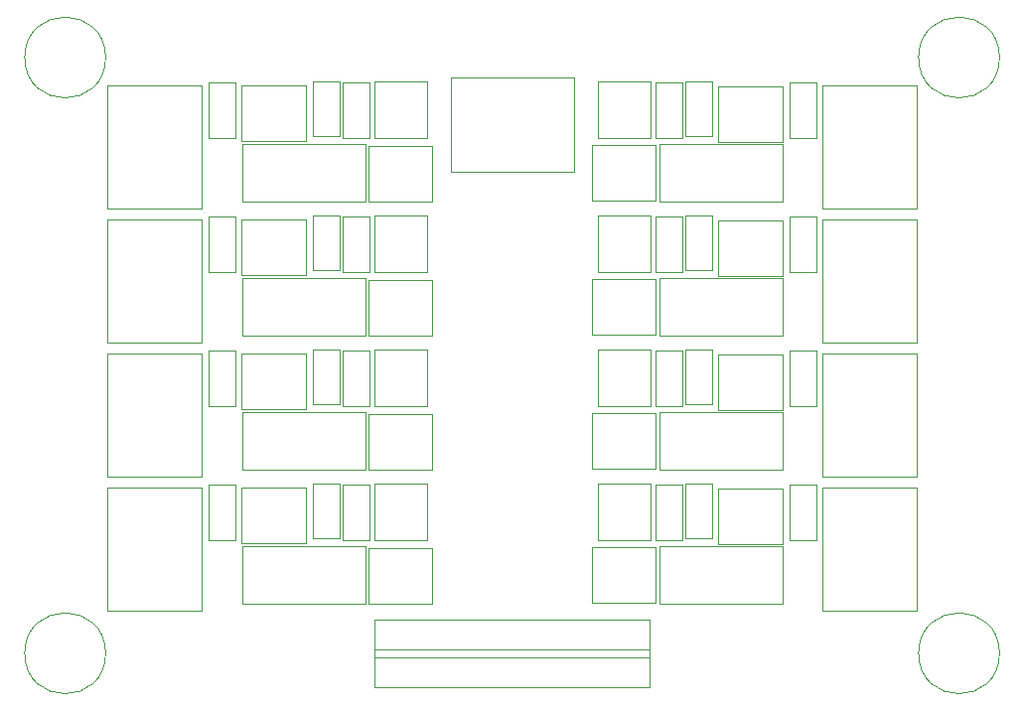
<source format=gbr>
G04 #@! TF.GenerationSoftware,KiCad,Pcbnew,(5.0.2)-1*
G04 #@! TF.CreationDate,2018-12-23T18:59:39+01:00*
G04 #@! TF.ProjectId,MultiSwitch_MosFet,4d756c74-6953-4776-9974-63685f4d6f73,0.1*
G04 #@! TF.SameCoordinates,Original*
G04 #@! TF.FileFunction,Other,User*
%FSLAX46Y46*%
G04 Gerber Fmt 4.6, Leading zero omitted, Abs format (unit mm)*
G04 Created by KiCad (PCBNEW (5.0.2)-1) date 23/12/2018 18:59:39*
%MOMM*%
%LPD*%
G01*
G04 APERTURE LIST*
%ADD10C,0.050000*%
G04 APERTURE END LIST*
D10*
G04 #@! TO.C,Q2*
X119550000Y-37890000D02*
X109050000Y-37890000D01*
X119550000Y-42800000D02*
X119550000Y-37890000D01*
X109050000Y-42800000D02*
X119550000Y-42800000D01*
X109050000Y-37890000D02*
X109050000Y-42800000D01*
G04 #@! TO.C,Q14*
X155110000Y-42755000D02*
X155110000Y-37845000D01*
X155110000Y-37845000D02*
X144610000Y-37845000D01*
X144610000Y-37845000D02*
X144610000Y-42755000D01*
X144610000Y-42755000D02*
X155110000Y-42755000D01*
G04 #@! TO.C,Q1*
X109030000Y-32830000D02*
X114490000Y-32830000D01*
X109030000Y-32830000D02*
X109030000Y-37570000D01*
X114490000Y-37570000D02*
X114490000Y-32830000D01*
X114490000Y-37570000D02*
X109030000Y-37570000D01*
G04 #@! TO.C,Q8*
X109050000Y-60750000D02*
X109050000Y-65660000D01*
X109050000Y-65660000D02*
X119550000Y-65660000D01*
X119550000Y-65660000D02*
X119550000Y-60750000D01*
X119550000Y-60750000D02*
X109050000Y-60750000D01*
G04 #@! TO.C,Q3*
X125285000Y-42735000D02*
X119825000Y-42735000D01*
X125285000Y-42735000D02*
X125285000Y-37995000D01*
X119825000Y-37995000D02*
X119825000Y-42735000D01*
X119825000Y-37995000D02*
X125285000Y-37995000D01*
G04 #@! TO.C,Q7*
X109030000Y-55690000D02*
X114490000Y-55690000D01*
X109030000Y-55690000D02*
X109030000Y-60430000D01*
X114490000Y-60430000D02*
X114490000Y-55690000D01*
X114490000Y-60430000D02*
X109030000Y-60430000D01*
G04 #@! TO.C,Q9*
X125285000Y-65595000D02*
X119825000Y-65595000D01*
X125285000Y-65595000D02*
X125285000Y-60855000D01*
X119825000Y-60855000D02*
X119825000Y-65595000D01*
X119825000Y-60855000D02*
X125285000Y-60855000D01*
G04 #@! TO.C,Q13*
X155130000Y-37655000D02*
X149670000Y-37655000D01*
X155130000Y-37655000D02*
X155130000Y-32915000D01*
X149670000Y-32915000D02*
X149670000Y-37655000D01*
X149670000Y-32915000D02*
X155130000Y-32915000D01*
G04 #@! TO.C,Q15*
X144335000Y-42650000D02*
X138875000Y-42650000D01*
X144335000Y-42650000D02*
X144335000Y-37910000D01*
X138875000Y-37910000D02*
X138875000Y-42650000D01*
X138875000Y-37910000D02*
X144335000Y-37910000D01*
G04 #@! TO.C,Q4*
X114490000Y-49000000D02*
X109030000Y-49000000D01*
X114490000Y-49000000D02*
X114490000Y-44260000D01*
X109030000Y-44260000D02*
X109030000Y-49000000D01*
X109030000Y-44260000D02*
X114490000Y-44260000D01*
G04 #@! TO.C,Q5*
X119550000Y-49320000D02*
X109050000Y-49320000D01*
X119550000Y-54230000D02*
X119550000Y-49320000D01*
X109050000Y-54230000D02*
X119550000Y-54230000D01*
X109050000Y-49320000D02*
X109050000Y-54230000D01*
G04 #@! TO.C,Q6*
X125285000Y-54165000D02*
X119825000Y-54165000D01*
X125285000Y-54165000D02*
X125285000Y-49425000D01*
X119825000Y-49425000D02*
X119825000Y-54165000D01*
X119825000Y-49425000D02*
X125285000Y-49425000D01*
G04 #@! TO.C,Q10*
X114490000Y-71860000D02*
X109030000Y-71860000D01*
X114490000Y-71860000D02*
X114490000Y-67120000D01*
X109030000Y-67120000D02*
X109030000Y-71860000D01*
X109030000Y-67120000D02*
X114490000Y-67120000D01*
G04 #@! TO.C,Q11*
X119550000Y-72180000D02*
X109050000Y-72180000D01*
X119550000Y-77090000D02*
X119550000Y-72180000D01*
X109050000Y-77090000D02*
X119550000Y-77090000D01*
X109050000Y-72180000D02*
X109050000Y-77090000D01*
G04 #@! TO.C,Q12*
X125285000Y-77025000D02*
X119825000Y-77025000D01*
X125285000Y-77025000D02*
X125285000Y-72285000D01*
X119825000Y-72285000D02*
X119825000Y-77025000D01*
X119825000Y-72285000D02*
X125285000Y-72285000D01*
G04 #@! TO.C,Q16*
X155130000Y-49085000D02*
X149670000Y-49085000D01*
X155130000Y-49085000D02*
X155130000Y-44345000D01*
X149670000Y-44345000D02*
X149670000Y-49085000D01*
X149670000Y-44345000D02*
X155130000Y-44345000D01*
G04 #@! TO.C,Q17*
X155110000Y-54185000D02*
X155110000Y-49275000D01*
X155110000Y-49275000D02*
X144610000Y-49275000D01*
X144610000Y-49275000D02*
X144610000Y-54185000D01*
X144610000Y-54185000D02*
X155110000Y-54185000D01*
G04 #@! TO.C,Q18*
X144335000Y-54080000D02*
X138875000Y-54080000D01*
X144335000Y-54080000D02*
X144335000Y-49340000D01*
X138875000Y-49340000D02*
X138875000Y-54080000D01*
X138875000Y-49340000D02*
X144335000Y-49340000D01*
G04 #@! TO.C,Q19*
X155130000Y-60515000D02*
X149670000Y-60515000D01*
X155130000Y-60515000D02*
X155130000Y-55775000D01*
X149670000Y-55775000D02*
X149670000Y-60515000D01*
X149670000Y-55775000D02*
X155130000Y-55775000D01*
G04 #@! TO.C,Q20*
X155110000Y-65615000D02*
X155110000Y-60705000D01*
X155110000Y-60705000D02*
X144610000Y-60705000D01*
X144610000Y-60705000D02*
X144610000Y-65615000D01*
X144610000Y-65615000D02*
X155110000Y-65615000D01*
G04 #@! TO.C,Q21*
X144335000Y-65510000D02*
X138875000Y-65510000D01*
X144335000Y-65510000D02*
X144335000Y-60770000D01*
X138875000Y-60770000D02*
X138875000Y-65510000D01*
X138875000Y-60770000D02*
X144335000Y-60770000D01*
G04 #@! TO.C,Q22*
X155130000Y-71945000D02*
X149670000Y-71945000D01*
X155130000Y-71945000D02*
X155130000Y-67205000D01*
X149670000Y-67205000D02*
X149670000Y-71945000D01*
X149670000Y-67205000D02*
X155130000Y-67205000D01*
G04 #@! TO.C,Q23*
X155110000Y-77045000D02*
X155110000Y-72135000D01*
X155110000Y-72135000D02*
X144610000Y-72135000D01*
X144610000Y-72135000D02*
X144610000Y-77045000D01*
X144610000Y-77045000D02*
X155110000Y-77045000D01*
G04 #@! TO.C,Q24*
X144335000Y-76940000D02*
X138875000Y-76940000D01*
X144335000Y-76940000D02*
X144335000Y-72200000D01*
X138875000Y-72200000D02*
X138875000Y-76940000D01*
X138875000Y-72200000D02*
X144335000Y-72200000D01*
G04 #@! TO.C,J1*
X97600000Y-43350000D02*
X97600000Y-32850000D01*
X97600000Y-43350000D02*
X105600000Y-43350000D01*
X105600000Y-32850000D02*
X97600000Y-32850000D01*
X105600000Y-32850000D02*
X105600000Y-43350000D01*
G04 #@! TO.C,J2*
X105600000Y-44280000D02*
X105600000Y-54780000D01*
X105600000Y-44280000D02*
X97600000Y-44280000D01*
X97600000Y-54780000D02*
X105600000Y-54780000D01*
X97600000Y-54780000D02*
X97600000Y-44280000D01*
G04 #@! TO.C,J3*
X105600000Y-55710000D02*
X105600000Y-66210000D01*
X105600000Y-55710000D02*
X97600000Y-55710000D01*
X97600000Y-66210000D02*
X105600000Y-66210000D01*
X97600000Y-66210000D02*
X97600000Y-55710000D01*
G04 #@! TO.C,J4*
X105600000Y-67140000D02*
X105600000Y-77640000D01*
X105600000Y-67140000D02*
X97600000Y-67140000D01*
X97600000Y-77640000D02*
X105600000Y-77640000D01*
X97600000Y-77640000D02*
X97600000Y-67140000D01*
G04 #@! TO.C,J5*
X158560000Y-43350000D02*
X158560000Y-32850000D01*
X158560000Y-43350000D02*
X166560000Y-43350000D01*
X166560000Y-32850000D02*
X158560000Y-32850000D01*
X166560000Y-32850000D02*
X166560000Y-43350000D01*
G04 #@! TO.C,J6*
X166560000Y-44280000D02*
X166560000Y-54780000D01*
X166560000Y-44280000D02*
X158560000Y-44280000D01*
X158560000Y-54780000D02*
X166560000Y-54780000D01*
X158560000Y-54780000D02*
X158560000Y-44280000D01*
G04 #@! TO.C,J7*
X166560000Y-55710000D02*
X166560000Y-66210000D01*
X166560000Y-55710000D02*
X158560000Y-55710000D01*
X158560000Y-66210000D02*
X166560000Y-66210000D01*
X158560000Y-66210000D02*
X158560000Y-55710000D01*
G04 #@! TO.C,J8*
X166560000Y-67140000D02*
X166560000Y-77640000D01*
X166560000Y-67140000D02*
X158560000Y-67140000D01*
X158560000Y-77640000D02*
X166560000Y-77640000D01*
X158560000Y-77640000D02*
X158560000Y-67140000D01*
G04 #@! TO.C,J11*
X126830000Y-32195000D02*
X137330000Y-32195000D01*
X126830000Y-32195000D02*
X126830000Y-40195000D01*
X137330000Y-40195000D02*
X137330000Y-32195000D01*
X137330000Y-40195000D02*
X126830000Y-40195000D01*
G04 #@! TO.C,D1*
X120305000Y-32495000D02*
X120305000Y-37345000D01*
X124805000Y-32495000D02*
X120305000Y-32495000D01*
X124805000Y-37345000D02*
X124805000Y-32495000D01*
X120305000Y-37345000D02*
X124805000Y-37345000D01*
G04 #@! TO.C,D2*
X120305000Y-48775000D02*
X124805000Y-48775000D01*
X124805000Y-48775000D02*
X124805000Y-43925000D01*
X124805000Y-43925000D02*
X120305000Y-43925000D01*
X120305000Y-43925000D02*
X120305000Y-48775000D01*
G04 #@! TO.C,D3*
X120305000Y-55355000D02*
X120305000Y-60205000D01*
X124805000Y-55355000D02*
X120305000Y-55355000D01*
X124805000Y-60205000D02*
X124805000Y-55355000D01*
X120305000Y-60205000D02*
X124805000Y-60205000D01*
G04 #@! TO.C,D4*
X120305000Y-71635000D02*
X124805000Y-71635000D01*
X124805000Y-71635000D02*
X124805000Y-66785000D01*
X124805000Y-66785000D02*
X120305000Y-66785000D01*
X120305000Y-66785000D02*
X120305000Y-71635000D01*
G04 #@! TO.C,D5*
X139355000Y-32495000D02*
X139355000Y-37345000D01*
X143855000Y-32495000D02*
X139355000Y-32495000D01*
X143855000Y-37345000D02*
X143855000Y-32495000D01*
X139355000Y-37345000D02*
X143855000Y-37345000D01*
G04 #@! TO.C,D6*
X139355000Y-48775000D02*
X143855000Y-48775000D01*
X143855000Y-48775000D02*
X143855000Y-43925000D01*
X143855000Y-43925000D02*
X139355000Y-43925000D01*
X139355000Y-43925000D02*
X139355000Y-48775000D01*
G04 #@! TO.C,D7*
X139355000Y-55355000D02*
X139355000Y-60205000D01*
X143855000Y-55355000D02*
X139355000Y-55355000D01*
X143855000Y-60205000D02*
X143855000Y-55355000D01*
X139355000Y-60205000D02*
X143855000Y-60205000D01*
G04 #@! TO.C,D8*
X139355000Y-71635000D02*
X143855000Y-71635000D01*
X143855000Y-71635000D02*
X143855000Y-66785000D01*
X143855000Y-66785000D02*
X139355000Y-66785000D01*
X139355000Y-66785000D02*
X139355000Y-71635000D01*
G04 #@! TO.C,J9*
X120320000Y-81610000D02*
X143820000Y-81610000D01*
X143820000Y-81610000D02*
X143820000Y-78410000D01*
X143820000Y-78410000D02*
X120320000Y-78410000D01*
X120320000Y-78410000D02*
X120320000Y-81610000D01*
G04 #@! TO.C,J10*
X120320000Y-80950000D02*
X120320000Y-84150000D01*
X143820000Y-80950000D02*
X120320000Y-80950000D01*
X143820000Y-84150000D02*
X143820000Y-80950000D01*
X120320000Y-84150000D02*
X143820000Y-84150000D01*
G04 #@! TO.C,R1*
X117595000Y-32645000D02*
X117595000Y-37345000D01*
X119895000Y-32645000D02*
X117595000Y-32645000D01*
X119895000Y-37345000D02*
X119895000Y-32645000D01*
X117595000Y-37345000D02*
X119895000Y-37345000D01*
G04 #@! TO.C,R2*
X117355000Y-32505000D02*
X115055000Y-32505000D01*
X115055000Y-32505000D02*
X115055000Y-37205000D01*
X115055000Y-37205000D02*
X117355000Y-37205000D01*
X117355000Y-37205000D02*
X117355000Y-32505000D01*
G04 #@! TO.C,R3*
X106165000Y-32645000D02*
X106165000Y-37345000D01*
X108465000Y-32645000D02*
X106165000Y-32645000D01*
X108465000Y-37345000D02*
X108465000Y-32645000D01*
X106165000Y-37345000D02*
X108465000Y-37345000D01*
G04 #@! TO.C,R4*
X117595000Y-48775000D02*
X119895000Y-48775000D01*
X119895000Y-48775000D02*
X119895000Y-44075000D01*
X119895000Y-44075000D02*
X117595000Y-44075000D01*
X117595000Y-44075000D02*
X117595000Y-48775000D01*
G04 #@! TO.C,R5*
X117355000Y-43935000D02*
X115055000Y-43935000D01*
X115055000Y-43935000D02*
X115055000Y-48635000D01*
X115055000Y-48635000D02*
X117355000Y-48635000D01*
X117355000Y-48635000D02*
X117355000Y-43935000D01*
G04 #@! TO.C,R6*
X106165000Y-44075000D02*
X106165000Y-48775000D01*
X108465000Y-44075000D02*
X106165000Y-44075000D01*
X108465000Y-48775000D02*
X108465000Y-44075000D01*
X106165000Y-48775000D02*
X108465000Y-48775000D01*
G04 #@! TO.C,R7*
X117595000Y-60205000D02*
X119895000Y-60205000D01*
X119895000Y-60205000D02*
X119895000Y-55505000D01*
X119895000Y-55505000D02*
X117595000Y-55505000D01*
X117595000Y-55505000D02*
X117595000Y-60205000D01*
G04 #@! TO.C,R8*
X117355000Y-55365000D02*
X115055000Y-55365000D01*
X115055000Y-55365000D02*
X115055000Y-60065000D01*
X115055000Y-60065000D02*
X117355000Y-60065000D01*
X117355000Y-60065000D02*
X117355000Y-55365000D01*
G04 #@! TO.C,R9*
X106165000Y-55505000D02*
X106165000Y-60205000D01*
X108465000Y-55505000D02*
X106165000Y-55505000D01*
X108465000Y-60205000D02*
X108465000Y-55505000D01*
X106165000Y-60205000D02*
X108465000Y-60205000D01*
G04 #@! TO.C,R11*
X117355000Y-71495000D02*
X117355000Y-66795000D01*
X115055000Y-71495000D02*
X117355000Y-71495000D01*
X115055000Y-66795000D02*
X115055000Y-71495000D01*
X117355000Y-66795000D02*
X115055000Y-66795000D01*
G04 #@! TO.C,R12*
X106165000Y-71635000D02*
X108465000Y-71635000D01*
X108465000Y-71635000D02*
X108465000Y-66935000D01*
X108465000Y-66935000D02*
X106165000Y-66935000D01*
X106165000Y-66935000D02*
X106165000Y-71635000D01*
G04 #@! TO.C,R13*
X144265000Y-32645000D02*
X144265000Y-37345000D01*
X146565000Y-32645000D02*
X144265000Y-32645000D01*
X146565000Y-37345000D02*
X146565000Y-32645000D01*
X144265000Y-37345000D02*
X146565000Y-37345000D01*
G04 #@! TO.C,R14*
X149105000Y-32505000D02*
X146805000Y-32505000D01*
X146805000Y-32505000D02*
X146805000Y-37205000D01*
X146805000Y-37205000D02*
X149105000Y-37205000D01*
X149105000Y-37205000D02*
X149105000Y-32505000D01*
G04 #@! TO.C,R15*
X155695000Y-32645000D02*
X155695000Y-37345000D01*
X157995000Y-32645000D02*
X155695000Y-32645000D01*
X157995000Y-37345000D02*
X157995000Y-32645000D01*
X155695000Y-37345000D02*
X157995000Y-37345000D01*
G04 #@! TO.C,R16*
X144265000Y-44075000D02*
X144265000Y-48775000D01*
X146565000Y-44075000D02*
X144265000Y-44075000D01*
X146565000Y-48775000D02*
X146565000Y-44075000D01*
X144265000Y-48775000D02*
X146565000Y-48775000D01*
G04 #@! TO.C,R17*
X149105000Y-43935000D02*
X146805000Y-43935000D01*
X146805000Y-43935000D02*
X146805000Y-48635000D01*
X146805000Y-48635000D02*
X149105000Y-48635000D01*
X149105000Y-48635000D02*
X149105000Y-43935000D01*
G04 #@! TO.C,R18*
X155695000Y-44075000D02*
X155695000Y-48775000D01*
X157995000Y-44075000D02*
X155695000Y-44075000D01*
X157995000Y-48775000D02*
X157995000Y-44075000D01*
X155695000Y-48775000D02*
X157995000Y-48775000D01*
G04 #@! TO.C,R19*
X144265000Y-60205000D02*
X146565000Y-60205000D01*
X146565000Y-60205000D02*
X146565000Y-55505000D01*
X146565000Y-55505000D02*
X144265000Y-55505000D01*
X144265000Y-55505000D02*
X144265000Y-60205000D01*
G04 #@! TO.C,R20*
X149105000Y-60065000D02*
X149105000Y-55365000D01*
X146805000Y-60065000D02*
X149105000Y-60065000D01*
X146805000Y-55365000D02*
X146805000Y-60065000D01*
X149105000Y-55365000D02*
X146805000Y-55365000D01*
G04 #@! TO.C,R21*
X155695000Y-55505000D02*
X155695000Y-60205000D01*
X157995000Y-55505000D02*
X155695000Y-55505000D01*
X157995000Y-60205000D02*
X157995000Y-55505000D01*
X155695000Y-60205000D02*
X157995000Y-60205000D01*
G04 #@! TO.C,R22*
X144265000Y-71635000D02*
X146565000Y-71635000D01*
X146565000Y-71635000D02*
X146565000Y-66935000D01*
X146565000Y-66935000D02*
X144265000Y-66935000D01*
X144265000Y-66935000D02*
X144265000Y-71635000D01*
G04 #@! TO.C,R23*
X149105000Y-66795000D02*
X146805000Y-66795000D01*
X146805000Y-66795000D02*
X146805000Y-71495000D01*
X146805000Y-71495000D02*
X149105000Y-71495000D01*
X149105000Y-71495000D02*
X149105000Y-66795000D01*
G04 #@! TO.C,R24*
X155695000Y-71635000D02*
X157995000Y-71635000D01*
X157995000Y-71635000D02*
X157995000Y-66935000D01*
X157995000Y-66935000D02*
X155695000Y-66935000D01*
X155695000Y-66935000D02*
X155695000Y-71635000D01*
G04 #@! TO.C,R10*
X117595000Y-71635000D02*
X119895000Y-71635000D01*
X119895000Y-71635000D02*
X119895000Y-66935000D01*
X119895000Y-66935000D02*
X117595000Y-66935000D01*
X117595000Y-66935000D02*
X117595000Y-71635000D01*
G04 #@! TO.C,Fix1*
X97430000Y-30480000D02*
G75*
G03X97430000Y-30480000I-3450000J0D01*
G01*
X173630000Y-30480000D02*
G75*
G03X173630000Y-30480000I-3450000J0D01*
G01*
X173630000Y-81280000D02*
G75*
G03X173630000Y-81280000I-3450000J0D01*
G01*
X97430000Y-81280000D02*
G75*
G03X97430000Y-81280000I-3450000J0D01*
G01*
G04 #@! TD*
M02*

</source>
